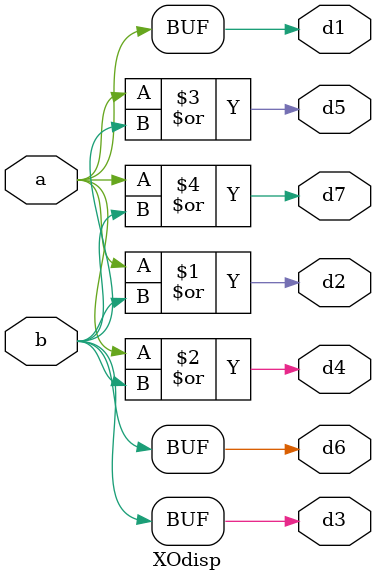
<source format=sv>
module XOdisp(a,b,d1,d2,d3,d4,d5,d6,d7);

input logic a,b;
output logic d1,d2,d3,d4,d5,d6,d7;

assign d1 = a;
assign d2 = a|b;
assign d3 = b;
assign d4 = a|b;
assign d5 = a|b;
assign d6 = b;
assign d7 = a|b;

endmodule
</source>
